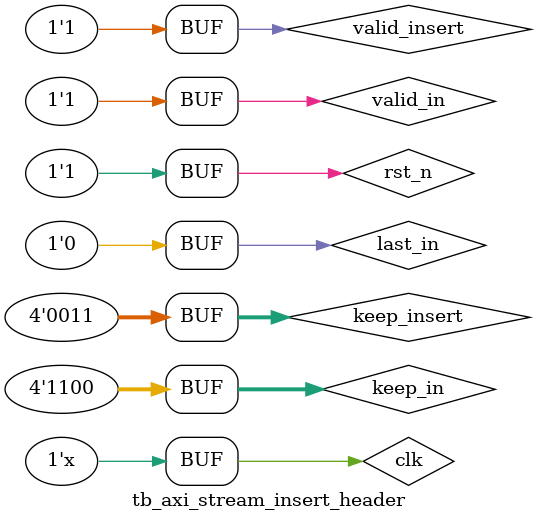
<source format=v>
`timescale 1ns/1ns
`define clk_period 20
module tb_axi_stream_insert_header();

//=============================================================================================================

parameter DATA_WD = 32;
parameter DATA_BYTE_WD = DATA_WD / 8;
parameter BYTE_CNT_WD = $clog2(DATA_BYTE_WD);

reg                       clk;
reg                       rst_n;
reg                       valid_in;
reg [DATA_WD-1 : 0]       data_in;
reg [DATA_WD-1 : 0]       data_insert;
wire [3:0]                keep_in;
wire [3:0]                keep_insert;
wire                      ready_in;
wire                      keep_out;
wire                      last_out;
wire                      valid_out;
wire [DATA_WD-1 : 0]      data_out;
wire                      ready_out;
wire                      ready_insert;
reg [BYTE_CNT_WD-1 : 0]   byte_insert_cnt;
reg                       valid_insert;
reg                       last_in;
wire [DATA_WD-1 : 0]      data_word_cnt;



//=============================================================================================================

//生成50MHZ 20ns的时钟信号
always #(`clk_period/2) clk = ~clk; 


//初始化clk和rst_n信号
initial begin
    clk = 1'b1;
    rst_n <= 1'b0;
    #(`clk_period)
    rst_n <= 1'b1; end


//data_insert
initial begin
    #(`clk_period*2)    
    data_insert = $random % 2000;
    #(`clk_period)
    data_insert = 'b0;
    #(`clk_period)    
    data_insert = $random % 2000;    
    #(`clk_period)
    data_insert = 'b0;
    #(`clk_period)    
    data_insert = $random % 2000;
    #(`clk_period)
    data_insert = 'b0;    
    #(`clk_period)    
    data_insert = $random % 2000; end


//data_in
initial begin
    #(`clk_period*3)    
    data_in = {$random} % 2000;
    #(`clk_period)
    data_in = 'b0;
    #(`clk_period)    
    data_in = {$random} % 2000;    
    #(`clk_period)
    data_in = 'b0;
    #(`clk_period)    
    data_in = {$random} % 2000;
    #(`clk_period)
    data_in = 'b0;    
    #(`clk_period)    
    data_in = {$random} % 2000; end



//keep_in
assign keep_in = 4'b1100;


//keep_insert
assign keep_insert = 4'b0011;


//ready_out
assign ready_out = valid_out;


//byte_insert_cnt 
always@(*)
    case(keep_insert)
        1111    :   byte_insert_cnt = 'd4;
        0111    :   byte_insert_cnt = 'd3;
        0011    :   byte_insert_cnt = 'd2;
        0001    :   byte_insert_cnt = 'd1;
        default :   byte_insert_cnt = 'd0;
    endcase

//valid_in
initial begin
    valid_in = 1'b0;
    #(`clk_period*3) //60ns
    valid_in = 1'b1;
    #(`clk_period) //80ns
    valid_in = 1'b0;    
    #(`clk_period) //100ns
    valid_in = 1'b1; 
    #(`clk_period) //120ns
    valid_in = 1'b0;  
    #(`clk_period) //140ns
    valid_in = 1'b1; 
    #(`clk_period) //160ns
    valid_in = 1'b0;
    #(`clk_period) //180ns
    valid_in = 1'b1; end


//valid_insert
initial begin
    valid_insert = 1'b0;
    #(`clk_period*2) //40ns
    valid_insert = 1'b1;
    #(`clk_period) //60ns
    valid_insert = 1'b0;    
    #(`clk_period) //80ns
    valid_insert = 1'b1; 
    #(`clk_period) //100ns
    valid_insert = 1'b0;  
    #(`clk_period) //120ns
    valid_insert = 1'b1; 
    #(`clk_period) //140ns
    valid_insert = 1'b0;
    #(`clk_period)    
    valid_insert = 1'b1; end


//last_in
initial begin
    last_in = 1'b0;
    #(`clk_period*9)
    last_in = 1'b1;
    #(`clk_period)
    last_in = 1'b0; end




//=============================================================================================================


axi_stream_insert_header axi_stream_insert_header_inst
(
    .clk            (clk),
    .rst_n          (rst_n),
// AXI Stream input original data
    .valid_in       (valid_in),
    .data_in        (data_in),
    .keep_in        (keep_in),
    .last_in        (last_in),
    .ready_in       (ready_in),//output
// AXI Stream output with header inserted
    .valid_out      (valid_out),//output
    .data_out       (data_out),//output
    .keep_out       (keep_out),//output
    .last_out       (last_out),//output
    .ready_out      (ready_out),
// The header to be inserted to AXI Stream input
    .valid_insert   (valid_insert),
    .data_insert    (data_insert),
    .keep_insert    (keep_insert),
    .byte_insert_cnt(byte_insert_cnt),
    .ready_insert   (ready_insert),//output
    .data_word_cnt  (data_word_cnt)
);


endmodule
</source>
